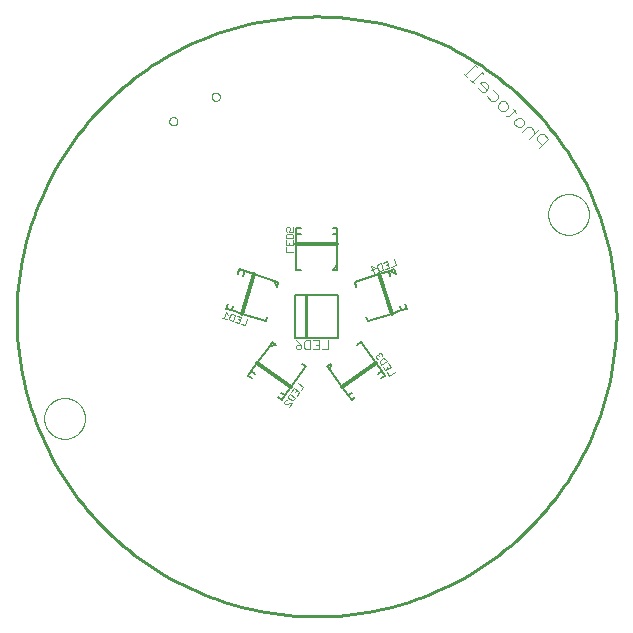
<source format=gbo>
G75*
%MOIN*%
%OFA0B0*%
%FSLAX25Y25*%
%IPPOS*%
%LPD*%
%AMOC8*
5,1,8,0,0,1.08239X$1,22.5*
%
%ADD10C,0.00400*%
%ADD11C,0.01000*%
%ADD12C,0.00000*%
%ADD13C,0.00500*%
%ADD14C,0.00200*%
%ADD15C,0.00591*%
%ADD16C,0.01200*%
%ADD17C,0.00800*%
%ADD18C,0.00600*%
%ADD19C,0.00300*%
D10*
X0176235Y0157780D02*
X0179491Y0161035D01*
X0177863Y0162663D01*
X0176778Y0162663D01*
X0175693Y0161578D01*
X0175693Y0160493D01*
X0177321Y0158865D01*
X0174608Y0162663D02*
X0174608Y0163748D01*
X0173523Y0164833D01*
X0172437Y0164833D01*
X0170810Y0163205D01*
X0170267Y0164833D02*
X0169182Y0164833D01*
X0168097Y0165918D01*
X0168097Y0167003D01*
X0169182Y0168089D01*
X0170267Y0168089D01*
X0171352Y0167003D01*
X0171352Y0165918D01*
X0170267Y0164833D01*
X0172980Y0161035D02*
X0176235Y0164291D01*
X0168639Y0169716D02*
X0167554Y0170802D01*
X0168639Y0170802D02*
X0166469Y0168631D01*
X0165384Y0168631D01*
X0164841Y0170259D02*
X0163756Y0170259D01*
X0162671Y0171344D01*
X0162671Y0172429D01*
X0163756Y0173514D01*
X0164841Y0173514D01*
X0165927Y0172429D01*
X0165926Y0171344D01*
X0164841Y0170259D01*
X0161586Y0173514D02*
X0160501Y0173514D01*
X0158873Y0175142D01*
X0158330Y0176770D02*
X0157245Y0176770D01*
X0156160Y0177855D01*
X0156703Y0179483D02*
X0158873Y0177312D01*
X0158330Y0176770D02*
X0159416Y0177855D01*
X0159416Y0178940D01*
X0158330Y0180025D01*
X0157245Y0180025D01*
X0156703Y0179483D01*
X0154532Y0179483D02*
X0153447Y0180568D01*
X0153990Y0180025D02*
X0157245Y0183281D01*
X0157788Y0182738D01*
X0155618Y0184909D02*
X0155075Y0185451D01*
X0151820Y0182196D01*
X0152362Y0181653D02*
X0151277Y0182738D01*
X0161043Y0177312D02*
X0162671Y0175685D01*
X0162671Y0174600D01*
X0161586Y0173514D01*
D11*
X0098657Y0108493D02*
X0098657Y0095107D01*
X0102200Y0001800D02*
X0099784Y0001829D01*
X0097369Y0001917D01*
X0094957Y0002063D01*
X0092549Y0002267D01*
X0090146Y0002529D01*
X0087751Y0002849D01*
X0085364Y0003227D01*
X0082987Y0003663D01*
X0080622Y0004156D01*
X0078268Y0004706D01*
X0075929Y0005312D01*
X0073605Y0005975D01*
X0071298Y0006694D01*
X0069009Y0007469D01*
X0066740Y0008298D01*
X0064491Y0009183D01*
X0062264Y0010121D01*
X0060060Y0011113D01*
X0057881Y0012157D01*
X0055728Y0013254D01*
X0053602Y0014403D01*
X0051504Y0015603D01*
X0049436Y0016853D01*
X0047399Y0018153D01*
X0045394Y0019502D01*
X0043421Y0020898D01*
X0041484Y0022342D01*
X0039581Y0023833D01*
X0037716Y0025368D01*
X0035888Y0026949D01*
X0034098Y0028573D01*
X0032349Y0030240D01*
X0030640Y0031949D01*
X0028973Y0033698D01*
X0027349Y0035488D01*
X0025768Y0037316D01*
X0024233Y0039181D01*
X0022742Y0041084D01*
X0021298Y0043021D01*
X0019902Y0044994D01*
X0018553Y0046999D01*
X0017253Y0049036D01*
X0016003Y0051104D01*
X0014803Y0053202D01*
X0013654Y0055328D01*
X0012557Y0057481D01*
X0011513Y0059660D01*
X0010521Y0061864D01*
X0009583Y0064091D01*
X0008698Y0066340D01*
X0007869Y0068609D01*
X0007094Y0070898D01*
X0006375Y0073205D01*
X0005712Y0075529D01*
X0005106Y0077868D01*
X0004556Y0080222D01*
X0004063Y0082587D01*
X0003627Y0084964D01*
X0003249Y0087351D01*
X0002929Y0089746D01*
X0002667Y0092149D01*
X0002463Y0094557D01*
X0002317Y0096969D01*
X0002229Y0099384D01*
X0002200Y0101800D01*
X0102200Y0001800D02*
X0104616Y0001829D01*
X0107031Y0001917D01*
X0109443Y0002063D01*
X0111851Y0002267D01*
X0114254Y0002529D01*
X0116649Y0002849D01*
X0119036Y0003227D01*
X0121413Y0003663D01*
X0123778Y0004156D01*
X0126132Y0004706D01*
X0128471Y0005312D01*
X0130795Y0005975D01*
X0133102Y0006694D01*
X0135391Y0007469D01*
X0137660Y0008298D01*
X0139909Y0009183D01*
X0142136Y0010121D01*
X0144340Y0011113D01*
X0146519Y0012157D01*
X0148672Y0013254D01*
X0150798Y0014403D01*
X0152896Y0015603D01*
X0154964Y0016853D01*
X0157001Y0018153D01*
X0159006Y0019502D01*
X0160979Y0020898D01*
X0162916Y0022342D01*
X0164819Y0023833D01*
X0166684Y0025368D01*
X0168512Y0026949D01*
X0170302Y0028573D01*
X0172051Y0030240D01*
X0173760Y0031949D01*
X0175427Y0033698D01*
X0177051Y0035488D01*
X0178632Y0037316D01*
X0180167Y0039181D01*
X0181658Y0041084D01*
X0183102Y0043021D01*
X0184498Y0044994D01*
X0185847Y0046999D01*
X0187147Y0049036D01*
X0188397Y0051104D01*
X0189597Y0053202D01*
X0190746Y0055328D01*
X0191843Y0057481D01*
X0192887Y0059660D01*
X0193879Y0061864D01*
X0194817Y0064091D01*
X0195702Y0066340D01*
X0196531Y0068609D01*
X0197306Y0070898D01*
X0198025Y0073205D01*
X0198688Y0075529D01*
X0199294Y0077868D01*
X0199844Y0080222D01*
X0200337Y0082587D01*
X0200773Y0084964D01*
X0201151Y0087351D01*
X0201471Y0089746D01*
X0201733Y0092149D01*
X0201937Y0094557D01*
X0202083Y0096969D01*
X0202171Y0099384D01*
X0202200Y0101800D01*
X0202171Y0104216D01*
X0202083Y0106631D01*
X0201937Y0109043D01*
X0201733Y0111451D01*
X0201471Y0113854D01*
X0201151Y0116249D01*
X0200773Y0118636D01*
X0200337Y0121013D01*
X0199844Y0123378D01*
X0199294Y0125732D01*
X0198688Y0128071D01*
X0198025Y0130395D01*
X0197306Y0132702D01*
X0196531Y0134991D01*
X0195702Y0137260D01*
X0194817Y0139509D01*
X0193879Y0141736D01*
X0192887Y0143940D01*
X0191843Y0146119D01*
X0190746Y0148272D01*
X0189597Y0150398D01*
X0188397Y0152496D01*
X0187147Y0154564D01*
X0185847Y0156601D01*
X0184498Y0158606D01*
X0183102Y0160579D01*
X0181658Y0162516D01*
X0180167Y0164419D01*
X0178632Y0166284D01*
X0177051Y0168112D01*
X0175427Y0169902D01*
X0173760Y0171651D01*
X0172051Y0173360D01*
X0170302Y0175027D01*
X0168512Y0176651D01*
X0166684Y0178232D01*
X0164819Y0179767D01*
X0162916Y0181258D01*
X0160979Y0182702D01*
X0159006Y0184098D01*
X0157001Y0185447D01*
X0154964Y0186747D01*
X0152896Y0187997D01*
X0150798Y0189197D01*
X0148672Y0190346D01*
X0146519Y0191443D01*
X0144340Y0192487D01*
X0142136Y0193479D01*
X0139909Y0194417D01*
X0137660Y0195302D01*
X0135391Y0196131D01*
X0133102Y0196906D01*
X0130795Y0197625D01*
X0128471Y0198288D01*
X0126132Y0198894D01*
X0123778Y0199444D01*
X0121413Y0199937D01*
X0119036Y0200373D01*
X0116649Y0200751D01*
X0114254Y0201071D01*
X0111851Y0201333D01*
X0109443Y0201537D01*
X0107031Y0201683D01*
X0104616Y0201771D01*
X0102200Y0201800D01*
X0099784Y0201771D01*
X0097369Y0201683D01*
X0094957Y0201537D01*
X0092549Y0201333D01*
X0090146Y0201071D01*
X0087751Y0200751D01*
X0085364Y0200373D01*
X0082987Y0199937D01*
X0080622Y0199444D01*
X0078268Y0198894D01*
X0075929Y0198288D01*
X0073605Y0197625D01*
X0071298Y0196906D01*
X0069009Y0196131D01*
X0066740Y0195302D01*
X0064491Y0194417D01*
X0062264Y0193479D01*
X0060060Y0192487D01*
X0057881Y0191443D01*
X0055728Y0190346D01*
X0053602Y0189197D01*
X0051504Y0187997D01*
X0049436Y0186747D01*
X0047399Y0185447D01*
X0045394Y0184098D01*
X0043421Y0182702D01*
X0041484Y0181258D01*
X0039581Y0179767D01*
X0037716Y0178232D01*
X0035888Y0176651D01*
X0034098Y0175027D01*
X0032349Y0173360D01*
X0030640Y0171651D01*
X0028973Y0169902D01*
X0027349Y0168112D01*
X0025768Y0166284D01*
X0024233Y0164419D01*
X0022742Y0162516D01*
X0021298Y0160579D01*
X0019902Y0158606D01*
X0018553Y0156601D01*
X0017253Y0154564D01*
X0016003Y0152496D01*
X0014803Y0150398D01*
X0013654Y0148272D01*
X0012557Y0146119D01*
X0011513Y0143940D01*
X0010521Y0141736D01*
X0009583Y0139509D01*
X0008698Y0137260D01*
X0007869Y0134991D01*
X0007094Y0132702D01*
X0006375Y0130395D01*
X0005712Y0128071D01*
X0005106Y0125732D01*
X0004556Y0123378D01*
X0004063Y0121013D01*
X0003627Y0118636D01*
X0003249Y0116249D01*
X0002929Y0113854D01*
X0002667Y0111451D01*
X0002463Y0109043D01*
X0002317Y0106631D01*
X0002229Y0104216D01*
X0002200Y0101800D01*
D12*
X0011400Y0067800D02*
X0011402Y0067967D01*
X0011408Y0068134D01*
X0011418Y0068300D01*
X0011433Y0068467D01*
X0011451Y0068632D01*
X0011474Y0068798D01*
X0011500Y0068963D01*
X0011531Y0069127D01*
X0011565Y0069290D01*
X0011604Y0069452D01*
X0011646Y0069614D01*
X0011693Y0069774D01*
X0011743Y0069933D01*
X0011798Y0070091D01*
X0011856Y0070247D01*
X0011918Y0070402D01*
X0011983Y0070556D01*
X0012053Y0070707D01*
X0012126Y0070857D01*
X0012203Y0071005D01*
X0012283Y0071152D01*
X0012367Y0071296D01*
X0012455Y0071438D01*
X0012546Y0071578D01*
X0012640Y0071715D01*
X0012738Y0071851D01*
X0012839Y0071984D01*
X0012944Y0072114D01*
X0013051Y0072242D01*
X0013162Y0072367D01*
X0013275Y0072489D01*
X0013392Y0072608D01*
X0013511Y0072725D01*
X0013633Y0072838D01*
X0013758Y0072949D01*
X0013886Y0073056D01*
X0014016Y0073161D01*
X0014149Y0073262D01*
X0014285Y0073360D01*
X0014422Y0073454D01*
X0014562Y0073545D01*
X0014704Y0073633D01*
X0014848Y0073717D01*
X0014995Y0073797D01*
X0015143Y0073874D01*
X0015293Y0073947D01*
X0015444Y0074017D01*
X0015598Y0074082D01*
X0015753Y0074144D01*
X0015909Y0074202D01*
X0016067Y0074257D01*
X0016226Y0074307D01*
X0016386Y0074354D01*
X0016548Y0074396D01*
X0016710Y0074435D01*
X0016873Y0074469D01*
X0017037Y0074500D01*
X0017202Y0074526D01*
X0017368Y0074549D01*
X0017533Y0074567D01*
X0017700Y0074582D01*
X0017866Y0074592D01*
X0018033Y0074598D01*
X0018200Y0074600D01*
X0018367Y0074598D01*
X0018534Y0074592D01*
X0018700Y0074582D01*
X0018867Y0074567D01*
X0019032Y0074549D01*
X0019198Y0074526D01*
X0019363Y0074500D01*
X0019527Y0074469D01*
X0019690Y0074435D01*
X0019852Y0074396D01*
X0020014Y0074354D01*
X0020174Y0074307D01*
X0020333Y0074257D01*
X0020491Y0074202D01*
X0020647Y0074144D01*
X0020802Y0074082D01*
X0020956Y0074017D01*
X0021107Y0073947D01*
X0021257Y0073874D01*
X0021405Y0073797D01*
X0021552Y0073717D01*
X0021696Y0073633D01*
X0021838Y0073545D01*
X0021978Y0073454D01*
X0022115Y0073360D01*
X0022251Y0073262D01*
X0022384Y0073161D01*
X0022514Y0073056D01*
X0022642Y0072949D01*
X0022767Y0072838D01*
X0022889Y0072725D01*
X0023008Y0072608D01*
X0023125Y0072489D01*
X0023238Y0072367D01*
X0023349Y0072242D01*
X0023456Y0072114D01*
X0023561Y0071984D01*
X0023662Y0071851D01*
X0023760Y0071715D01*
X0023854Y0071578D01*
X0023945Y0071438D01*
X0024033Y0071296D01*
X0024117Y0071152D01*
X0024197Y0071005D01*
X0024274Y0070857D01*
X0024347Y0070707D01*
X0024417Y0070556D01*
X0024482Y0070402D01*
X0024544Y0070247D01*
X0024602Y0070091D01*
X0024657Y0069933D01*
X0024707Y0069774D01*
X0024754Y0069614D01*
X0024796Y0069452D01*
X0024835Y0069290D01*
X0024869Y0069127D01*
X0024900Y0068963D01*
X0024926Y0068798D01*
X0024949Y0068632D01*
X0024967Y0068467D01*
X0024982Y0068300D01*
X0024992Y0068134D01*
X0024998Y0067967D01*
X0025000Y0067800D01*
X0024998Y0067633D01*
X0024992Y0067466D01*
X0024982Y0067300D01*
X0024967Y0067133D01*
X0024949Y0066968D01*
X0024926Y0066802D01*
X0024900Y0066637D01*
X0024869Y0066473D01*
X0024835Y0066310D01*
X0024796Y0066148D01*
X0024754Y0065986D01*
X0024707Y0065826D01*
X0024657Y0065667D01*
X0024602Y0065509D01*
X0024544Y0065353D01*
X0024482Y0065198D01*
X0024417Y0065044D01*
X0024347Y0064893D01*
X0024274Y0064743D01*
X0024197Y0064595D01*
X0024117Y0064448D01*
X0024033Y0064304D01*
X0023945Y0064162D01*
X0023854Y0064022D01*
X0023760Y0063885D01*
X0023662Y0063749D01*
X0023561Y0063616D01*
X0023456Y0063486D01*
X0023349Y0063358D01*
X0023238Y0063233D01*
X0023125Y0063111D01*
X0023008Y0062992D01*
X0022889Y0062875D01*
X0022767Y0062762D01*
X0022642Y0062651D01*
X0022514Y0062544D01*
X0022384Y0062439D01*
X0022251Y0062338D01*
X0022115Y0062240D01*
X0021978Y0062146D01*
X0021838Y0062055D01*
X0021696Y0061967D01*
X0021552Y0061883D01*
X0021405Y0061803D01*
X0021257Y0061726D01*
X0021107Y0061653D01*
X0020956Y0061583D01*
X0020802Y0061518D01*
X0020647Y0061456D01*
X0020491Y0061398D01*
X0020333Y0061343D01*
X0020174Y0061293D01*
X0020014Y0061246D01*
X0019852Y0061204D01*
X0019690Y0061165D01*
X0019527Y0061131D01*
X0019363Y0061100D01*
X0019198Y0061074D01*
X0019032Y0061051D01*
X0018867Y0061033D01*
X0018700Y0061018D01*
X0018534Y0061008D01*
X0018367Y0061002D01*
X0018200Y0061000D01*
X0018033Y0061002D01*
X0017866Y0061008D01*
X0017700Y0061018D01*
X0017533Y0061033D01*
X0017368Y0061051D01*
X0017202Y0061074D01*
X0017037Y0061100D01*
X0016873Y0061131D01*
X0016710Y0061165D01*
X0016548Y0061204D01*
X0016386Y0061246D01*
X0016226Y0061293D01*
X0016067Y0061343D01*
X0015909Y0061398D01*
X0015753Y0061456D01*
X0015598Y0061518D01*
X0015444Y0061583D01*
X0015293Y0061653D01*
X0015143Y0061726D01*
X0014995Y0061803D01*
X0014848Y0061883D01*
X0014704Y0061967D01*
X0014562Y0062055D01*
X0014422Y0062146D01*
X0014285Y0062240D01*
X0014149Y0062338D01*
X0014016Y0062439D01*
X0013886Y0062544D01*
X0013758Y0062651D01*
X0013633Y0062762D01*
X0013511Y0062875D01*
X0013392Y0062992D01*
X0013275Y0063111D01*
X0013162Y0063233D01*
X0013051Y0063358D01*
X0012944Y0063486D01*
X0012839Y0063616D01*
X0012738Y0063749D01*
X0012640Y0063885D01*
X0012546Y0064022D01*
X0012455Y0064162D01*
X0012367Y0064304D01*
X0012283Y0064448D01*
X0012203Y0064595D01*
X0012126Y0064743D01*
X0012053Y0064893D01*
X0011983Y0065044D01*
X0011918Y0065198D01*
X0011856Y0065353D01*
X0011798Y0065509D01*
X0011743Y0065667D01*
X0011693Y0065826D01*
X0011646Y0065986D01*
X0011604Y0066148D01*
X0011565Y0066310D01*
X0011531Y0066473D01*
X0011500Y0066637D01*
X0011474Y0066802D01*
X0011451Y0066968D01*
X0011433Y0067133D01*
X0011418Y0067300D01*
X0011408Y0067466D01*
X0011402Y0067633D01*
X0011400Y0067800D01*
X0053070Y0166862D02*
X0053072Y0166936D01*
X0053078Y0167010D01*
X0053088Y0167083D01*
X0053102Y0167156D01*
X0053119Y0167228D01*
X0053141Y0167298D01*
X0053166Y0167368D01*
X0053195Y0167436D01*
X0053228Y0167502D01*
X0053264Y0167567D01*
X0053304Y0167629D01*
X0053346Y0167690D01*
X0053392Y0167748D01*
X0053441Y0167803D01*
X0053493Y0167856D01*
X0053548Y0167906D01*
X0053605Y0167952D01*
X0053665Y0167996D01*
X0053727Y0168036D01*
X0053791Y0168073D01*
X0053857Y0168107D01*
X0053925Y0168137D01*
X0053994Y0168163D01*
X0054065Y0168186D01*
X0054136Y0168204D01*
X0054209Y0168219D01*
X0054282Y0168230D01*
X0054356Y0168237D01*
X0054430Y0168240D01*
X0054503Y0168239D01*
X0054577Y0168234D01*
X0054651Y0168225D01*
X0054724Y0168212D01*
X0054796Y0168195D01*
X0054867Y0168175D01*
X0054937Y0168150D01*
X0055005Y0168122D01*
X0055072Y0168091D01*
X0055137Y0168055D01*
X0055200Y0168017D01*
X0055261Y0167975D01*
X0055320Y0167929D01*
X0055376Y0167881D01*
X0055429Y0167830D01*
X0055479Y0167776D01*
X0055527Y0167719D01*
X0055571Y0167660D01*
X0055613Y0167598D01*
X0055651Y0167535D01*
X0055685Y0167469D01*
X0055716Y0167402D01*
X0055743Y0167333D01*
X0055766Y0167263D01*
X0055786Y0167192D01*
X0055802Y0167119D01*
X0055814Y0167046D01*
X0055822Y0166973D01*
X0055826Y0166899D01*
X0055826Y0166825D01*
X0055822Y0166751D01*
X0055814Y0166678D01*
X0055802Y0166605D01*
X0055786Y0166532D01*
X0055766Y0166461D01*
X0055743Y0166391D01*
X0055716Y0166322D01*
X0055685Y0166255D01*
X0055651Y0166189D01*
X0055613Y0166126D01*
X0055571Y0166064D01*
X0055527Y0166005D01*
X0055479Y0165948D01*
X0055429Y0165894D01*
X0055376Y0165843D01*
X0055320Y0165795D01*
X0055261Y0165749D01*
X0055200Y0165707D01*
X0055137Y0165669D01*
X0055072Y0165633D01*
X0055005Y0165602D01*
X0054937Y0165574D01*
X0054867Y0165549D01*
X0054796Y0165529D01*
X0054724Y0165512D01*
X0054651Y0165499D01*
X0054577Y0165490D01*
X0054503Y0165485D01*
X0054430Y0165484D01*
X0054356Y0165487D01*
X0054282Y0165494D01*
X0054209Y0165505D01*
X0054136Y0165520D01*
X0054065Y0165538D01*
X0053994Y0165561D01*
X0053925Y0165587D01*
X0053857Y0165617D01*
X0053791Y0165651D01*
X0053727Y0165688D01*
X0053665Y0165728D01*
X0053605Y0165772D01*
X0053548Y0165818D01*
X0053493Y0165868D01*
X0053441Y0165921D01*
X0053392Y0165976D01*
X0053346Y0166034D01*
X0053304Y0166095D01*
X0053264Y0166157D01*
X0053228Y0166222D01*
X0053195Y0166288D01*
X0053166Y0166356D01*
X0053141Y0166426D01*
X0053119Y0166496D01*
X0053102Y0166568D01*
X0053088Y0166641D01*
X0053078Y0166714D01*
X0053072Y0166788D01*
X0053070Y0166862D01*
X0067220Y0175031D02*
X0067222Y0175105D01*
X0067228Y0175179D01*
X0067238Y0175252D01*
X0067252Y0175325D01*
X0067269Y0175397D01*
X0067291Y0175467D01*
X0067316Y0175537D01*
X0067345Y0175605D01*
X0067378Y0175671D01*
X0067414Y0175736D01*
X0067454Y0175798D01*
X0067496Y0175859D01*
X0067542Y0175917D01*
X0067591Y0175972D01*
X0067643Y0176025D01*
X0067698Y0176075D01*
X0067755Y0176121D01*
X0067815Y0176165D01*
X0067877Y0176205D01*
X0067941Y0176242D01*
X0068007Y0176276D01*
X0068075Y0176306D01*
X0068144Y0176332D01*
X0068215Y0176355D01*
X0068286Y0176373D01*
X0068359Y0176388D01*
X0068432Y0176399D01*
X0068506Y0176406D01*
X0068580Y0176409D01*
X0068653Y0176408D01*
X0068727Y0176403D01*
X0068801Y0176394D01*
X0068874Y0176381D01*
X0068946Y0176364D01*
X0069017Y0176344D01*
X0069087Y0176319D01*
X0069155Y0176291D01*
X0069222Y0176260D01*
X0069287Y0176224D01*
X0069350Y0176186D01*
X0069411Y0176144D01*
X0069470Y0176098D01*
X0069526Y0176050D01*
X0069579Y0175999D01*
X0069629Y0175945D01*
X0069677Y0175888D01*
X0069721Y0175829D01*
X0069763Y0175767D01*
X0069801Y0175704D01*
X0069835Y0175638D01*
X0069866Y0175571D01*
X0069893Y0175502D01*
X0069916Y0175432D01*
X0069936Y0175361D01*
X0069952Y0175288D01*
X0069964Y0175215D01*
X0069972Y0175142D01*
X0069976Y0175068D01*
X0069976Y0174994D01*
X0069972Y0174920D01*
X0069964Y0174847D01*
X0069952Y0174774D01*
X0069936Y0174701D01*
X0069916Y0174630D01*
X0069893Y0174560D01*
X0069866Y0174491D01*
X0069835Y0174424D01*
X0069801Y0174358D01*
X0069763Y0174295D01*
X0069721Y0174233D01*
X0069677Y0174174D01*
X0069629Y0174117D01*
X0069579Y0174063D01*
X0069526Y0174012D01*
X0069470Y0173964D01*
X0069411Y0173918D01*
X0069350Y0173876D01*
X0069287Y0173838D01*
X0069222Y0173802D01*
X0069155Y0173771D01*
X0069087Y0173743D01*
X0069017Y0173718D01*
X0068946Y0173698D01*
X0068874Y0173681D01*
X0068801Y0173668D01*
X0068727Y0173659D01*
X0068653Y0173654D01*
X0068580Y0173653D01*
X0068506Y0173656D01*
X0068432Y0173663D01*
X0068359Y0173674D01*
X0068286Y0173689D01*
X0068215Y0173707D01*
X0068144Y0173730D01*
X0068075Y0173756D01*
X0068007Y0173786D01*
X0067941Y0173820D01*
X0067877Y0173857D01*
X0067815Y0173897D01*
X0067755Y0173941D01*
X0067698Y0173987D01*
X0067643Y0174037D01*
X0067591Y0174090D01*
X0067542Y0174145D01*
X0067496Y0174203D01*
X0067454Y0174264D01*
X0067414Y0174326D01*
X0067378Y0174391D01*
X0067345Y0174457D01*
X0067316Y0174525D01*
X0067291Y0174595D01*
X0067269Y0174665D01*
X0067252Y0174737D01*
X0067238Y0174810D01*
X0067228Y0174883D01*
X0067222Y0174957D01*
X0067220Y0175031D01*
X0179400Y0135800D02*
X0179402Y0135967D01*
X0179408Y0136134D01*
X0179418Y0136300D01*
X0179433Y0136467D01*
X0179451Y0136632D01*
X0179474Y0136798D01*
X0179500Y0136963D01*
X0179531Y0137127D01*
X0179565Y0137290D01*
X0179604Y0137452D01*
X0179646Y0137614D01*
X0179693Y0137774D01*
X0179743Y0137933D01*
X0179798Y0138091D01*
X0179856Y0138247D01*
X0179918Y0138402D01*
X0179983Y0138556D01*
X0180053Y0138707D01*
X0180126Y0138857D01*
X0180203Y0139005D01*
X0180283Y0139152D01*
X0180367Y0139296D01*
X0180455Y0139438D01*
X0180546Y0139578D01*
X0180640Y0139715D01*
X0180738Y0139851D01*
X0180839Y0139984D01*
X0180944Y0140114D01*
X0181051Y0140242D01*
X0181162Y0140367D01*
X0181275Y0140489D01*
X0181392Y0140608D01*
X0181511Y0140725D01*
X0181633Y0140838D01*
X0181758Y0140949D01*
X0181886Y0141056D01*
X0182016Y0141161D01*
X0182149Y0141262D01*
X0182285Y0141360D01*
X0182422Y0141454D01*
X0182562Y0141545D01*
X0182704Y0141633D01*
X0182848Y0141717D01*
X0182995Y0141797D01*
X0183143Y0141874D01*
X0183293Y0141947D01*
X0183444Y0142017D01*
X0183598Y0142082D01*
X0183753Y0142144D01*
X0183909Y0142202D01*
X0184067Y0142257D01*
X0184226Y0142307D01*
X0184386Y0142354D01*
X0184548Y0142396D01*
X0184710Y0142435D01*
X0184873Y0142469D01*
X0185037Y0142500D01*
X0185202Y0142526D01*
X0185368Y0142549D01*
X0185533Y0142567D01*
X0185700Y0142582D01*
X0185866Y0142592D01*
X0186033Y0142598D01*
X0186200Y0142600D01*
X0186367Y0142598D01*
X0186534Y0142592D01*
X0186700Y0142582D01*
X0186867Y0142567D01*
X0187032Y0142549D01*
X0187198Y0142526D01*
X0187363Y0142500D01*
X0187527Y0142469D01*
X0187690Y0142435D01*
X0187852Y0142396D01*
X0188014Y0142354D01*
X0188174Y0142307D01*
X0188333Y0142257D01*
X0188491Y0142202D01*
X0188647Y0142144D01*
X0188802Y0142082D01*
X0188956Y0142017D01*
X0189107Y0141947D01*
X0189257Y0141874D01*
X0189405Y0141797D01*
X0189552Y0141717D01*
X0189696Y0141633D01*
X0189838Y0141545D01*
X0189978Y0141454D01*
X0190115Y0141360D01*
X0190251Y0141262D01*
X0190384Y0141161D01*
X0190514Y0141056D01*
X0190642Y0140949D01*
X0190767Y0140838D01*
X0190889Y0140725D01*
X0191008Y0140608D01*
X0191125Y0140489D01*
X0191238Y0140367D01*
X0191349Y0140242D01*
X0191456Y0140114D01*
X0191561Y0139984D01*
X0191662Y0139851D01*
X0191760Y0139715D01*
X0191854Y0139578D01*
X0191945Y0139438D01*
X0192033Y0139296D01*
X0192117Y0139152D01*
X0192197Y0139005D01*
X0192274Y0138857D01*
X0192347Y0138707D01*
X0192417Y0138556D01*
X0192482Y0138402D01*
X0192544Y0138247D01*
X0192602Y0138091D01*
X0192657Y0137933D01*
X0192707Y0137774D01*
X0192754Y0137614D01*
X0192796Y0137452D01*
X0192835Y0137290D01*
X0192869Y0137127D01*
X0192900Y0136963D01*
X0192926Y0136798D01*
X0192949Y0136632D01*
X0192967Y0136467D01*
X0192982Y0136300D01*
X0192992Y0136134D01*
X0192998Y0135967D01*
X0193000Y0135800D01*
X0192998Y0135633D01*
X0192992Y0135466D01*
X0192982Y0135300D01*
X0192967Y0135133D01*
X0192949Y0134968D01*
X0192926Y0134802D01*
X0192900Y0134637D01*
X0192869Y0134473D01*
X0192835Y0134310D01*
X0192796Y0134148D01*
X0192754Y0133986D01*
X0192707Y0133826D01*
X0192657Y0133667D01*
X0192602Y0133509D01*
X0192544Y0133353D01*
X0192482Y0133198D01*
X0192417Y0133044D01*
X0192347Y0132893D01*
X0192274Y0132743D01*
X0192197Y0132595D01*
X0192117Y0132448D01*
X0192033Y0132304D01*
X0191945Y0132162D01*
X0191854Y0132022D01*
X0191760Y0131885D01*
X0191662Y0131749D01*
X0191561Y0131616D01*
X0191456Y0131486D01*
X0191349Y0131358D01*
X0191238Y0131233D01*
X0191125Y0131111D01*
X0191008Y0130992D01*
X0190889Y0130875D01*
X0190767Y0130762D01*
X0190642Y0130651D01*
X0190514Y0130544D01*
X0190384Y0130439D01*
X0190251Y0130338D01*
X0190115Y0130240D01*
X0189978Y0130146D01*
X0189838Y0130055D01*
X0189696Y0129967D01*
X0189552Y0129883D01*
X0189405Y0129803D01*
X0189257Y0129726D01*
X0189107Y0129653D01*
X0188956Y0129583D01*
X0188802Y0129518D01*
X0188647Y0129456D01*
X0188491Y0129398D01*
X0188333Y0129343D01*
X0188174Y0129293D01*
X0188014Y0129246D01*
X0187852Y0129204D01*
X0187690Y0129165D01*
X0187527Y0129131D01*
X0187363Y0129100D01*
X0187198Y0129074D01*
X0187032Y0129051D01*
X0186867Y0129033D01*
X0186700Y0129018D01*
X0186534Y0129008D01*
X0186367Y0129002D01*
X0186200Y0129000D01*
X0186033Y0129002D01*
X0185866Y0129008D01*
X0185700Y0129018D01*
X0185533Y0129033D01*
X0185368Y0129051D01*
X0185202Y0129074D01*
X0185037Y0129100D01*
X0184873Y0129131D01*
X0184710Y0129165D01*
X0184548Y0129204D01*
X0184386Y0129246D01*
X0184226Y0129293D01*
X0184067Y0129343D01*
X0183909Y0129398D01*
X0183753Y0129456D01*
X0183598Y0129518D01*
X0183444Y0129583D01*
X0183293Y0129653D01*
X0183143Y0129726D01*
X0182995Y0129803D01*
X0182848Y0129883D01*
X0182704Y0129967D01*
X0182562Y0130055D01*
X0182422Y0130146D01*
X0182285Y0130240D01*
X0182149Y0130338D01*
X0182016Y0130439D01*
X0181886Y0130544D01*
X0181758Y0130651D01*
X0181633Y0130762D01*
X0181511Y0130875D01*
X0181392Y0130992D01*
X0181275Y0131111D01*
X0181162Y0131233D01*
X0181051Y0131358D01*
X0180944Y0131486D01*
X0180839Y0131616D01*
X0180738Y0131749D01*
X0180640Y0131885D01*
X0180546Y0132022D01*
X0180455Y0132162D01*
X0180367Y0132304D01*
X0180283Y0132448D01*
X0180203Y0132595D01*
X0180126Y0132743D01*
X0180053Y0132893D01*
X0179983Y0133044D01*
X0179918Y0133198D01*
X0179856Y0133353D01*
X0179798Y0133509D01*
X0179743Y0133667D01*
X0179693Y0133826D01*
X0179646Y0133986D01*
X0179604Y0134148D01*
X0179565Y0134310D01*
X0179531Y0134473D01*
X0179500Y0134637D01*
X0179474Y0134802D01*
X0179451Y0134968D01*
X0179433Y0135133D01*
X0179418Y0135300D01*
X0179408Y0135466D01*
X0179402Y0135633D01*
X0179400Y0135800D01*
D13*
X0131795Y0105874D02*
X0132282Y0104376D01*
X0130484Y0103793D01*
X0127227Y0102734D01*
X0119177Y0100118D01*
X0118690Y0101616D01*
X0116924Y0093224D02*
X0115650Y0092298D01*
X0116924Y0093224D02*
X0121900Y0086376D01*
X0123913Y0083605D01*
X0125024Y0082076D01*
X0123750Y0081150D01*
X0115150Y0074902D02*
X0113876Y0073976D01*
X0112765Y0075505D01*
X0110752Y0078276D01*
X0106702Y0083850D01*
X0105776Y0085124D01*
X0107050Y0086050D01*
X0098624Y0085124D02*
X0097350Y0086050D01*
X0098624Y0085124D02*
X0093648Y0078276D01*
X0091635Y0075505D01*
X0090524Y0073976D01*
X0089250Y0074902D01*
X0080650Y0081150D02*
X0079376Y0082076D01*
X0080487Y0083605D01*
X0082500Y0086376D01*
X0086550Y0091950D01*
X0087476Y0093224D01*
X0088750Y0092298D01*
X0085224Y0100118D02*
X0085710Y0101616D01*
X0085224Y0100118D02*
X0077173Y0102734D01*
X0073916Y0103793D01*
X0072118Y0104376D01*
X0072605Y0105874D01*
X0075890Y0115984D02*
X0076377Y0117482D01*
X0078174Y0116898D01*
X0081431Y0115839D01*
X0087984Y0113710D01*
X0089482Y0113223D01*
X0088995Y0111726D01*
X0095310Y0117410D02*
X0096885Y0117410D01*
X0095310Y0117410D02*
X0095310Y0125875D01*
X0095310Y0129300D01*
X0095310Y0131190D01*
X0096885Y0131190D01*
X0107515Y0131190D02*
X0109090Y0131190D01*
X0109090Y0129300D01*
X0109090Y0125875D01*
X0109090Y0118985D01*
X0109090Y0117410D01*
X0107515Y0117410D01*
X0114918Y0113223D02*
X0115405Y0111726D01*
X0114918Y0113223D02*
X0122969Y0115839D01*
X0126526Y0116995D01*
X0128024Y0117482D01*
X0128510Y0115984D01*
D14*
X0126428Y0118103D02*
X0125032Y0117650D01*
X0124326Y0117420D02*
X0123279Y0117080D01*
X0122817Y0117316D01*
X0122363Y0118712D01*
X0122599Y0119174D01*
X0123646Y0119514D01*
X0124326Y0117420D01*
X0125389Y0118923D02*
X0126088Y0119150D01*
X0126428Y0118103D02*
X0125747Y0120197D01*
X0124351Y0119744D01*
X0127133Y0118332D02*
X0128529Y0118786D01*
X0127849Y0120880D01*
X0121884Y0117784D02*
X0120488Y0117331D01*
X0120497Y0118491D02*
X0121884Y0117784D01*
X0121177Y0116397D02*
X0120497Y0118491D01*
X0094228Y0123434D02*
X0092026Y0123434D01*
X0092026Y0124902D01*
X0092026Y0125644D02*
X0092026Y0127112D01*
X0092026Y0127854D02*
X0092026Y0128955D01*
X0092393Y0129322D01*
X0093861Y0129322D01*
X0094228Y0128955D01*
X0094228Y0127854D01*
X0092026Y0127854D01*
X0093127Y0126378D02*
X0093127Y0125644D01*
X0094228Y0125644D02*
X0092026Y0125644D01*
X0094228Y0125644D02*
X0094228Y0127112D01*
X0094228Y0130064D02*
X0093127Y0130064D01*
X0093494Y0130798D01*
X0093494Y0131165D01*
X0093127Y0131532D01*
X0092393Y0131532D01*
X0092026Y0131165D01*
X0092026Y0130431D01*
X0092393Y0130064D01*
X0094228Y0130064D02*
X0094228Y0131532D01*
X0077058Y0101633D02*
X0075662Y0102087D01*
X0074956Y0102316D02*
X0074276Y0100222D01*
X0073229Y0100562D01*
X0072993Y0101025D01*
X0073447Y0102421D01*
X0073909Y0102657D01*
X0074956Y0102316D01*
X0076020Y0100813D02*
X0076718Y0100586D01*
X0077058Y0101633D02*
X0076378Y0099539D01*
X0074981Y0099993D01*
X0077083Y0099310D02*
X0078479Y0098856D01*
X0079160Y0100951D01*
X0072628Y0102301D02*
X0072156Y0103226D01*
X0071476Y0101132D01*
X0072174Y0100905D02*
X0070778Y0101359D01*
X0095958Y0079614D02*
X0097740Y0078320D01*
X0096877Y0077133D01*
X0096441Y0076532D02*
X0095578Y0075345D01*
X0095142Y0074744D02*
X0094495Y0073854D01*
X0093982Y0073773D01*
X0092795Y0074635D01*
X0092713Y0075148D01*
X0093361Y0076039D01*
X0095142Y0074744D01*
X0095119Y0076586D02*
X0095550Y0077179D01*
X0094659Y0077826D02*
X0096441Y0076532D01*
X0094659Y0077826D02*
X0093797Y0076639D01*
X0092358Y0074035D02*
X0091846Y0073954D01*
X0091414Y0073360D01*
X0091496Y0072848D01*
X0091793Y0072632D01*
X0093843Y0072957D01*
X0092980Y0071769D01*
X0121877Y0088252D02*
X0122308Y0087658D01*
X0122821Y0087577D01*
X0123257Y0086977D02*
X0124444Y0087839D01*
X0124957Y0087758D01*
X0125604Y0086868D01*
X0123823Y0085573D01*
X0123176Y0086464D01*
X0123257Y0086977D01*
X0124008Y0088440D02*
X0124089Y0088952D01*
X0123658Y0089546D01*
X0123145Y0089627D01*
X0122849Y0089412D01*
X0122767Y0088899D01*
X0122255Y0088980D01*
X0121958Y0088764D01*
X0121877Y0088252D01*
X0122767Y0088899D02*
X0122983Y0088602D01*
X0124259Y0084973D02*
X0125122Y0083785D01*
X0126903Y0085080D01*
X0126040Y0086267D01*
X0125581Y0085026D02*
X0126012Y0084433D01*
X0125558Y0083185D02*
X0126421Y0081998D01*
X0128202Y0083292D01*
D15*
X0107050Y0086050D02*
X0106702Y0083850D01*
X0088750Y0092298D02*
X0086550Y0091950D01*
X0088995Y0111726D02*
X0087984Y0113710D01*
X0107515Y0117410D02*
X0109090Y0118985D01*
D16*
X0109090Y0125875D02*
X0095310Y0125875D01*
X0081431Y0115839D02*
X0077173Y0102734D01*
X0082500Y0086376D02*
X0093648Y0078276D01*
X0110752Y0078276D02*
X0121900Y0086376D01*
X0127227Y0102734D02*
X0122969Y0115839D01*
D17*
X0126226Y0116898D02*
X0126713Y0115400D01*
X0129998Y0105290D02*
X0130484Y0103793D01*
X0123913Y0083605D02*
X0122639Y0082679D01*
X0114039Y0076431D02*
X0112765Y0075505D01*
X0091635Y0075505D02*
X0090361Y0076431D01*
X0081761Y0082679D02*
X0080487Y0083605D01*
X0073916Y0103793D02*
X0074402Y0105290D01*
X0077687Y0115400D02*
X0078174Y0116898D01*
X0095310Y0129300D02*
X0096885Y0129300D01*
X0107515Y0129300D02*
X0109090Y0129300D01*
D18*
X0126526Y0116995D02*
X0128510Y0115984D01*
X0109287Y0108887D02*
X0095113Y0108887D01*
X0095113Y0094713D01*
X0109287Y0094713D01*
X0109287Y0108887D01*
D19*
X0105962Y0093778D02*
X0105962Y0090876D01*
X0104027Y0090876D01*
X0103016Y0090876D02*
X0101081Y0090876D01*
X0100069Y0090876D02*
X0098618Y0090876D01*
X0098134Y0091360D01*
X0098134Y0093295D01*
X0098618Y0093778D01*
X0100069Y0093778D01*
X0100069Y0090876D01*
X0102048Y0092327D02*
X0103016Y0092327D01*
X0103016Y0093778D02*
X0103016Y0090876D01*
X0103016Y0093778D02*
X0101081Y0093778D01*
X0097123Y0092327D02*
X0097123Y0091360D01*
X0096639Y0090876D01*
X0095671Y0090876D01*
X0095188Y0091360D01*
X0095188Y0091843D01*
X0095671Y0092327D01*
X0097123Y0092327D01*
X0096155Y0093295D01*
X0095188Y0093778D01*
M02*

</source>
